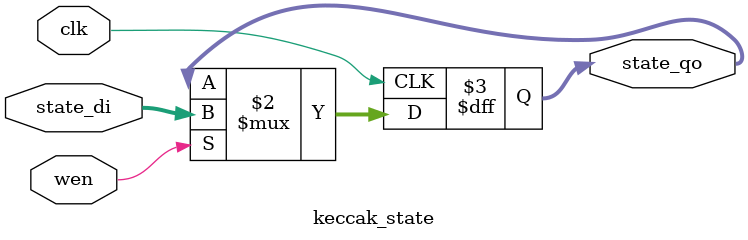
<source format=v>

module keccak_state (
  input                   clk, wen,
  input      [4*1600-1:0] state_di,
  output reg [4*1600-1:0] state_qo
);

  always @(posedge clk) state_qo <= wen ? state_di : state_qo;
endmodule

</source>
